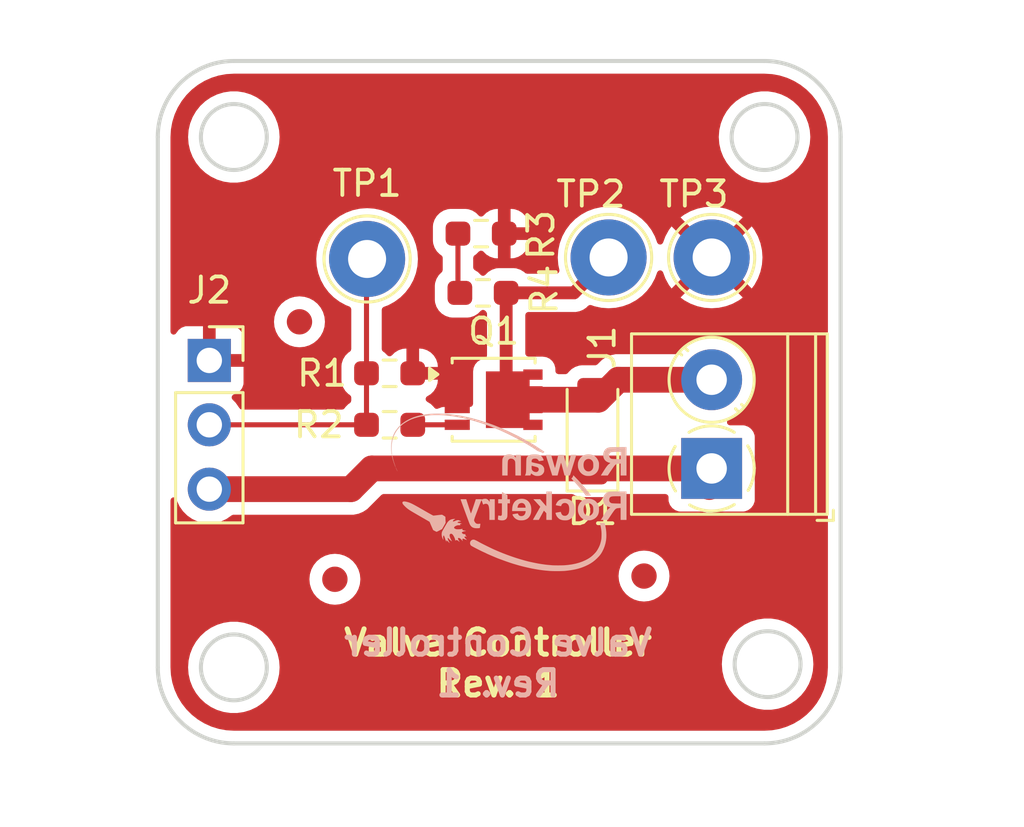
<source format=kicad_pcb>
(kicad_pcb (version 20240108) (generator "pcbnew") (generator_version "8.0")
  (layers (0 "F.Cu" signal) (31 "B.Cu" signal) (34 "B.Paste" user) (35 "F.Paste" user) (36 "B.SilkS" user "B.Silkscreen") (37 "F.SilkS" user "F.Silkscreen") (38 "B.Mask" user) (39 "F.Mask" user) (44 "Edge.Cuts" user))
  (net 0 "")
  (net 1 "+12V")
  (net 2 "Net-(Q1-G)")
  (net 3 "GNDD")
  (net 4 "/ValveController/Output")
  (net 5 "/ValveController/Input")
  (net 6 "Net-(R3-Pad2)")
  (footprint "TestPoint:TestPoint_Loop_D2.54mm_Drill1.5mm_Beaded" (layer "F.Cu") (at 45.466 25.273 180)
    (property "Reference" "TP3" (at 0.7 2.5 0) (layer "F.SilkS"))
    (property "Value" "TestPoint")
    (pad "1" thru_hole circle (at 0 0 180) (size 3 3) (drill 1.5) (layers "*.Cu" "*.Mask") (net 3 "GNDD"))
  )
  (footprint "Fiducial:Fiducial_1mm_Mask2mm" (layer "F.Cu") (at 29.21 27.813)
    (property "Reference" "FID2" (hide yes))
    (property "Value" "Fiducial" (hide yes))
    (pad "" smd circle (at 0 0) (size 1 1) (layers "F.Cu" "F.Mask") (clearance 0.5))
  )
  (footprint "Resistor_SMD:R_0603_1608Metric_Pad0.98x0.95mm_HandSolder" (layer "F.Cu") (at 36.449 26.67 180)
    (property "Reference" "R3" (at -2.286 2.286 -90) (layer "F.SilkS"))
    (property "Value" "100K")
    (pad "1" smd roundrect (at -0.9125 0 180) (size 0.975 0.95) (layers "F.Cu" "F.Paste" "F.Mask") (net 4 "/ValveController/Output"))
    (pad "2" smd roundrect (at 0.9125 0 180) (size 0.975 0.95) (layers "F.Cu" "F.Paste" "F.Mask") (net 6 "Net-(R3-Pad2)"))
  )
  (footprint "Fiducial:Fiducial_1mm_Mask2mm" (layer "F.Cu") (at 42.799 37.846)
    (property "Reference" "FID3" (hide yes))
    (property "Value" "Fiducial" (hide yes))
    (pad "" smd circle (at 0 0) (size 1 1) (layers "F.Cu" "F.Mask") (clearance 0.5))
  )
  (footprint "Diode_SMD:D_SOD-123" (layer "F.Cu") (at 40.767 32.13 90)
    (property "Reference" "D1" (at -3.176 0 180) (layer "F.SilkS"))
    (property "Value" "D")
    (pad "1" smd roundrect (at -1.65 0 90) (size 0.9 1.2) (layers "F.Cu" "F.Paste" "F.Mask") (net 1 "+12V"))
    (pad "2" smd roundrect (at 1.65 0 90) (size 0.9 1.2) (layers "F.Cu" "F.Paste" "F.Mask") (net 4 "/ValveController/Output"))
  )
  (footprint "TerminalBlock_Phoenix:TerminalBlock_Phoenix_PT-1,5-2-3.5-H_1x02_P3.50mm_Horizontal" (layer "F.Cu") (at 45.466 33.599 90)
    (property "Reference" "J1" (at 4.77 -4.318 90) (layer "F.SilkS"))
    (property "Value" "Screw_Terminal_01x02")
    (pad "1" thru_hole rect (at 0 0 90) (size 2.4 2.4) (drill 1.2) (layers "*.Cu" "*.Mask") (net 1 "+12V"))
    (pad "2" thru_hole circle (at 3.5 0 90) (size 2.4 2.4) (drill 1.2) (layers "*.Cu" "*.Mask") (net 4 "/ValveController/Output"))
  )
  (footprint "TestPoint:TestPoint_Loop_D2.54mm_Drill1.5mm_Beaded" (layer "F.Cu") (at 41.402 25.273 180)
    (property "Reference" "TP2" (at 0.7 2.5 0) (layer "F.SilkS"))
    (property "Value" "TestPoint")
    (pad "1" thru_hole circle (at 0 0 180) (size 3 3) (drill 1.5) (layers "*.Cu" "*.Mask") (net 4 "/ValveController/Output"))
  )
  (footprint "TestPoint:TestPoint_Loop_D2.54mm_Drill1.5mm_Beaded" (layer "F.Cu") (at 31.877 25.333)
    (property "Reference" "TP1" (at 0 -2.981 0) (layer "F.SilkS"))
    (property "Value" "TestPoint")
    (pad "1" thru_hole circle (at 0 0) (size 3 3) (drill 1.5) (layers "*.Cu" "*.Mask") (net 5 "/ValveController/Input"))
  )
  (footprint "Connector_PinSocket_2.54mm:PinSocket_1x03_P2.54mm_Vertical" (layer "F.Cu") (at 25.654 29.337)
    (property "Reference" "J2" (at 0 -2.77 0) (layer "F.SilkS"))
    (property "Value" "Conn_01x03_Socket")
    (pad "1" thru_hole rect (at 0 0) (size 1.7 1.7) (drill 1) (layers "*.Cu" "*.Mask") (net 3 "GNDD"))
    (pad "2" thru_hole oval (at 0 2.54) (size 1.7 1.7) (drill 1) (layers "*.Cu" "*.Mask") (net 5 "/ValveController/Input"))
    (pad "3" thru_hole oval (at 0 5.08) (size 1.7 1.7) (drill 1) (layers "*.Cu" "*.Mask") (net 1 "+12V"))
  )
  (footprint "Resistor_SMD:R_0603_1608Metric_Pad0.98x0.95mm_HandSolder" (layer "F.Cu") (at 36.373 24.333 180)
    (property "Reference" "R4" (at -2.489 -2.21 90) (layer "F.SilkS"))
    (property "Value" "27K")
    (pad "1" smd roundrect (at -0.9125 0 180) (size 0.975 0.95) (layers "F.Cu" "F.Paste" "F.Mask") (net 3 "GNDD"))
    (pad "2" smd roundrect (at 0.9125 0 180) (size 0.975 0.95) (layers "F.Cu" "F.Paste" "F.Mask") (net 6 "Net-(R3-Pad2)"))
  )
  (footprint "Package_SO:Vishay_PowerPAK_1212-8_Single" (layer "F.Cu") (at 36.868 30.887)
    (property "Reference" "Q1" (at 0 -2.7 0) (layer "F.SilkS"))
    (property "Value" "SiS454DN")
    (pad "1" smd rect (at -1.435 -0.99) (size 0.99 0.405) (layers "F.Cu" "F.Paste" "F.Mask") (net 3 "GNDD"))
    (pad "2" smd rect (at -1.435 -0.33) (size 0.99 0.405) (layers "F.Cu" "F.Paste" "F.Mask") (net 3 "GNDD"))
    (pad "3" smd rect (at -1.435 0.33) (size 0.99 0.405) (layers "F.Cu" "F.Paste" "F.Mask") (net 3 "GNDD"))
    (pad "4" smd rect (at -1.435 0.99) (size 0.99 0.405) (layers "F.Cu" "F.Paste" "F.Mask") (net 2 "Net-(Q1-G)"))
    (pad "5" smd custom (at 0.5575 0) (size 1.725 2.235) (layers "F.Cu" "F.Paste" "F.Mask") (net 4 "/ValveController/Output") (options (clearance outline) (anchor rect)) (primitives (gr_poly (pts (xy 1.3725 -0.7875) (xy 0.8625 -0.7875) (xy 0.8625 -0.5325) (xy 1.3725 -0.5325) (xy 1.3725 -0.1275) (xy 0.8625 -0.1275) (xy 0.8625 0.1275) (xy 1.3725 0.1275) (xy 1.3725 0.5325) (xy 0.8625 0.5325) (xy 0.8625 0.7875) (xy 1.3725 0.7875) (xy 1.3725 1.195) (xy 0.6125 1.195) (xy 0.6125 -1.195) (xy 1.3725 -1.195)) (width 0) (fill yes))))
  )
  (footprint "Fiducial:Fiducial_1mm_Mask2mm" (layer "F.Cu") (at 30.607 37.973)
    (property "Reference" "FID1" (hide yes))
    (property "Value" "Fiducial" (hide yes))
    (pad "" smd circle (at 0 0) (size 1 1) (layers "F.Cu" "F.Mask") (clearance 0.5))
  )
  (footprint "Resistor_SMD:R_0603_1608Metric_Pad0.98x0.95mm_HandSolder" (layer "F.Cu") (at 32.766 29.845 180)
    (property "Reference" "R1" (at 2.667 0 0) (layer "F.SilkS"))
    (property "Value" "3.3K")
    (pad "1" smd roundrect (at -0.9125 0 180) (size 0.975 0.95) (layers "F.Cu" "F.Paste" "F.Mask") (net 3 "GNDD"))
    (pad "2" smd roundrect (at 0.9125 0 180) (size 0.975 0.95) (layers "F.Cu" "F.Paste" "F.Mask") (net 5 "/ValveController/Input"))
  )
  (footprint "Resistor_SMD:R_0603_1608Metric_Pad0.98x0.95mm_HandSolder" (layer "F.Cu") (at 32.766 31.877)
    (property "Reference" "R2" (at -2.794 0 0) (layer "F.SilkS"))
    (property "Value" "1K")
    (pad "1" smd roundrect (at -0.9125 0) (size 0.975 0.95) (layers "F.Cu" "F.Paste" "F.Mask") (net 5 "/ValveController/Input"))
    (pad "2" smd roundrect (at 0.9125 0) (size 0.975 0.95) (layers "F.Cu" "F.Paste" "F.Mask") (net 2 "Net-(Q1-G)"))
  )
  (footprint "LOGO" (layer "B.Cu") (at 37.462404 34.3 180)
    (property "Reference" "G***" (hide yes))
    (property "Value" "LOGO" (hide yes))
  )
  (gr_line (start 26.622 17.519742) (end 47.552258 17.519742) (stroke (width 0.16)) (layer "Edge.Cuts"))
  (gr_line (start 47.552258 44.45) (end 26.622 44.45) (stroke (width 0.16)) (layer "Edge.Cuts"))
  (gr_arc (start 50.552258 41.45) (mid 49.673578 43.57132) (end 47.552258 44.45) (stroke (width 0.16)) (layer "Edge.Cuts"))
  (gr_line (start 23.622 41.45) (end 23.622 20.519742) (stroke (width 0.16)) (layer "Edge.Cuts"))
  (gr_line (start 50.552258 20.519742) (end 50.552258 41.45) (stroke (width 0.16)) (layer "Edge.Cuts"))
  (gr_arc (start 47.552258 17.519742) (mid 49.673578 18.398422) (end 50.552258 20.519742) (stroke (width 0.16)) (layer "Edge.Cuts"))
  (gr_arc (start 26.622 44.45) (mid 24.50068 43.57132) (end 23.622 41.45) (stroke (width 0.16)) (layer "Edge.Cuts"))
  (gr_circle (center 47.552258 20.519742) (end 46.252258 20.519742) (stroke (width 0.16)) (fill none) (layer "Edge.Cuts"))
  (gr_circle (center 47.673 41.323) (end 46.373 41.323) (stroke (width 0.16)) (fill none) (layer "Edge.Cuts"))
  (gr_circle (center 26.622 41.45) (end 25.322 41.45) (stroke (width 0.16)) (fill none) (layer "Edge.Cuts"))
  (gr_circle (center 26.622 20.519742) (end 25.322 20.519742) (stroke (width 0.16)) (fill none) (layer "Edge.Cuts"))
  (gr_arc (start 23.622 20.519742) (mid 24.50068 18.398422) (end 26.622 17.519742) (stroke (width 0.16)) (layer "Edge.Cuts"))
  (gr_text "Valve Controller\nRev. 1" (at 37.043404 42.672 0) (layer "B.SilkS") (effects (font (size 1 1) (thickness 0.2) (bold yes)) (justify bottom mirror)))
  (gr_text "Valve Controller\nRev. 1" (at 37.043404 42.672 0) (layer "F.SilkS") (effects (font (size 1 1) (thickness 0.2) (bold yes)) (justify bottom)))
  (segment (start 45.466 33.599) (end 32.06 33.599) (width 1.016) (layer "F.Cu") (net 1))
  (segment (start 31.242 34.417) (end 25.654 34.417) (width 1.016) (layer "F.Cu") (net 1))
  (segment (start 32.06 33.599) (end 31.242 34.417) (width 1.016) (layer "F.Cu") (net 1))
  (segment (start 45.373 34.333) (end 45.466 34.24) (width 1.016) (layer "F.Cu") (net 1))
  (segment (start 45.466 34.24) (end 45.466 33.599) (width 1.016) (layer "F.Cu") (net 1))
  (segment (start 33.6785 31.877) (end 35.433 31.877) (width 0.2) (layer "F.Cu") (net 2))
  (segment (start 25.642 29.833) (end 25.654 29.845) (width 0.2) (layer "F.Cu") (net 3))
  (segment (start 33.7305 29.897) (end 33.6785 29.845) (width 0.2) (layer "F.Cu") (net 3))
  (segment (start 40.995 30.887) (end 37.4255 30.887) (width 1.016) (layer "F.Cu") (net 4))
  (segment (start 41.373 25.333) (end 40.036 26.67) (width 0.508) (layer "F.Cu") (net 4))
  (segment (start 45.466 30.099) (end 45.373 30.192) (width 0.2) (layer "F.Cu") (net 4))
  (segment (start 37.3615 26.67) (end 37.3615 30.823) (width 0.508) (layer "F.Cu") (net 4))
  (segment (start 45.373 30.192) (end 45.373 30.833) (width 0.2) (layer "F.Cu") (net 4))
  (segment (start 45.466 30.099) (end 41.783 30.099) (width 1.016) (layer "F.Cu") (net 4))
  (segment (start 41.783 30.099) (end 40.995 30.887) (width 1.016) (layer "F.Cu") (net 4))
  (segment (start 40.036 26.67) (end 37.3615 26.67) (width 0.508) (layer "F.Cu") (net 4))
  (segment (start 37.3615 30.823) (end 37.4255 30.887) (width 0.2) (layer "F.Cu") (net 4))
  (segment (start 31.8535 26.3135) (end 31.8535 29.845) (width 0.2) (layer "F.Cu") (net 5))
  (segment (start 31.8535 31.877) (end 25.908 31.877) (width 0.2) (layer "F.Cu") (net 5))
  (segment (start 25.908 31.877) (end 25.654 31.623) (width 0.2) (layer "F.Cu") (net 5))
  (segment (start 30.873 25.333) (end 31.8535 26.3135) (width 0.2) (layer "F.Cu") (net 5))
  (segment (start 31.8535 31.877) (end 31.8535 29.845) (width 0.2) (layer "F.Cu") (net 5))
  (segment (start 35.4605 26.594) (end 35.5365 26.67) (width 0.2) (layer "F.Cu") (net 6))
  (segment (start 35.4605 24.333) (end 35.4605 26.594) (width 0.2) (layer "F.Cu") (net 6))
  (zone (net 3) (net_name "GNDD") (layer "F.Cu") (connect_pads (clearance 0.5)) (min_thickness 0.25) (fill yes (thermal_gap 0.5) (thermal_bridge_width 0.5))
    (polygon (pts (xy 17.399 47.117) (xy 17.78 15.113) (xy 57.785 15.367) (xy 57.531 47.752)))
  )
)
</source>
